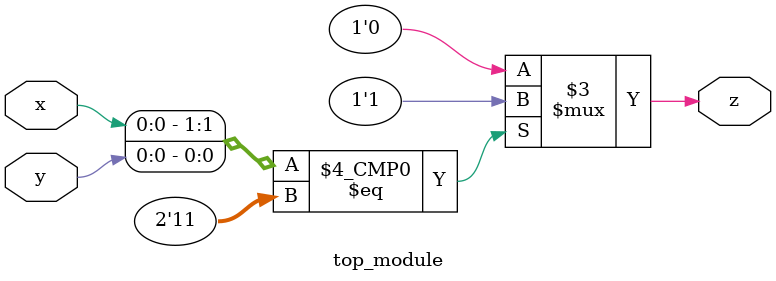
<source format=sv>
module top_module(
    input x,
    input y,
    output z);

    reg z;

    always @(x, y)
    begin
        case({x, y})
            2'b01: z = 0;
            2'b11: z = 1;
            default: z = 0;
        endcase
    end

endmodule

</source>
